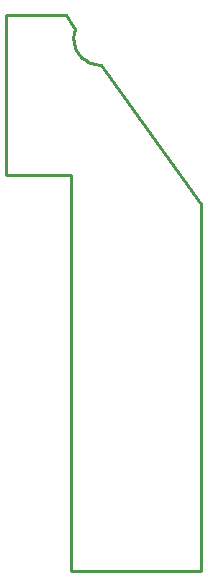
<source format=gbr>
G04 EAGLE Gerber RS-274X export*
G75*
%MOMM*%
%FSLAX34Y34*%
%LPD*%
%IN*%
%IPPOS*%
%AMOC8*
5,1,8,0,0,1.08239X$1,22.5*%
G01*
%ADD10C,0.254000*%


D10*
X0Y335000D02*
X55000Y335000D01*
X55000Y0D01*
X165000Y0D01*
X165000Y310000D01*
X79999Y428262D01*
X78036Y428281D01*
X76082Y428470D01*
X74153Y428829D01*
X72262Y429355D01*
X70424Y430044D01*
X68652Y430890D01*
X66962Y431888D01*
X65365Y433029D01*
X63873Y434305D01*
X62498Y435706D01*
X61251Y437221D01*
X60140Y438840D01*
X59175Y440549D01*
X58362Y442336D01*
X57708Y444186D01*
X57218Y446087D01*
X56896Y448023D01*
X56743Y449980D01*
X56762Y451943D01*
X56951Y453897D01*
X57310Y455827D01*
X57836Y457718D01*
X58161Y458645D01*
X50000Y470000D01*
X0Y470000D01*
X0Y335000D01*
M02*

</source>
